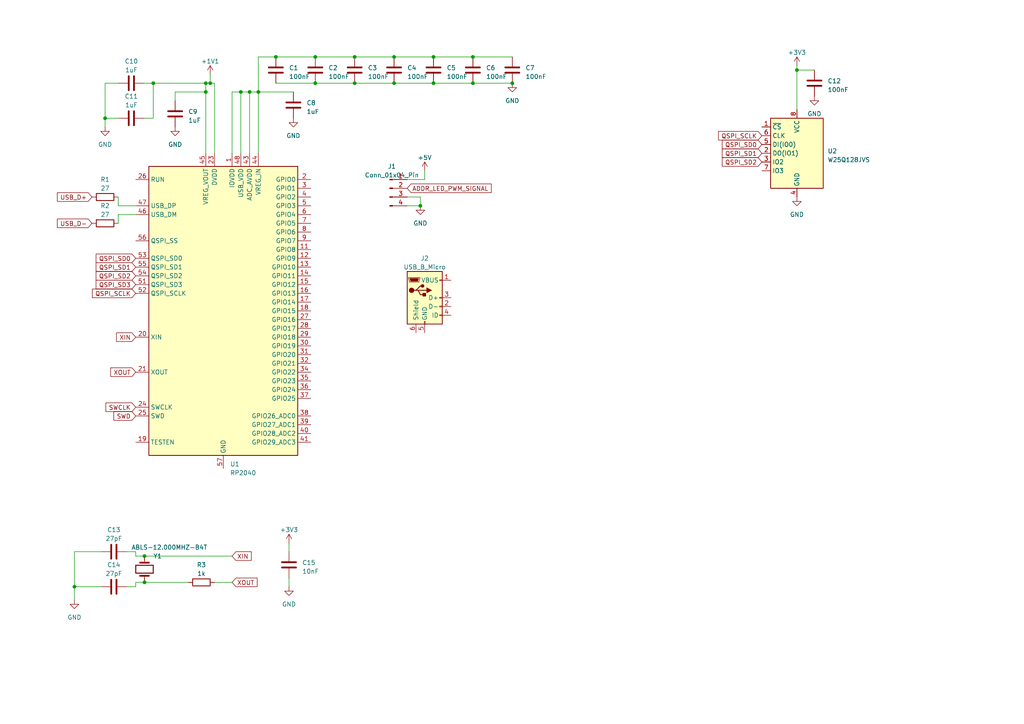
<source format=kicad_sch>
(kicad_sch (version 20230121) (generator eeschema)
  (paper "A4")
  (lib_symbols
    (symbol "Connector:Conn_01x04_Pin" (pin_names (offset 1.016) hide)
      (property "Reference" "J" (at 0 5.08 0))
      (property "Value" "Conn_01x04_Pin" (at 0 -7.62 0))
      (symbol "Conn_01x04_Pin_1_1"
        (polyline (pts (xy 1.27 -5.08) (xy 0.8636 -5.08)) (stroke (width 0.1524)))
        (polyline (pts (xy 1.27 -2.54) (xy 0.8636 -2.54)) (stroke (width 0.1524)))
        (polyline (pts (xy 1.27 0) (xy 0.8636 0)) (stroke (width 0.1524)))
        (polyline (pts (xy 1.27 2.54) (xy 0.8636 2.54)) (stroke (width 0.1524)))
        (rectangle (start 0.8636 -4.953) (end 0 -5.207) (stroke (width 0.1524)) (fill (type outline)))
        (rectangle (start 0.8636 -2.413) (end 0 -2.667) (stroke (width 0.1524)) (fill (type outline)))
        (rectangle (start 0.8636 0.127) (end 0 -0.127) (stroke (width 0.1524)) (fill (type outline)))
        (rectangle (start 0.8636 2.667) (end 0 2.413) (stroke (width 0.1524)) (fill (type outline)))
        (pin passive line (at 5.08 2.54 180) (length 3.81) (name "Pin_1") (number "1"))
        (pin passive line (at 5.08 0 180) (length 3.81) (name "Pin_2") (number "2"))
        (pin passive line (at 5.08 -2.54 180) (length 3.81) (name "Pin_3") (number "3"))
        (pin passive line (at 5.08 -5.08 180) (length 3.81) (name "Pin_4") (number "4"))
      )
    )
    (symbol "Connector:USB_B_Micro" (pin_names (offset 1.016))
      (property "Reference" "J" (at -5.08 11.43 0))
      (property "Value" "USB_B_Micro" (at -5.08 8.89 0))
      (symbol "USB_B_Micro_0_1"
        (rectangle (start -5.08 -7.62) (end 5.08 7.62) (stroke (width 0.254)) (fill (type background)))
        (circle (center -3.81 2.159) (radius 0.635) (stroke (width 0.254)) (fill (type outline)))
        (circle (center -0.635 3.429) (radius 0.381) (stroke (width 0.254)) (fill (type outline)))
        (rectangle (start -0.127 -7.62) (end 0.127 -6.858))
        (polyline (pts (xy -1.905 2.159) (xy 0.635 2.159)) (stroke (width 0.254)))
        (polyline (pts (xy -3.175 2.159) (xy -2.54 2.159) (xy -1.27 3.429) (xy -0.635 3.429)) (stroke (width 0.254)))
        (polyline (pts (xy -2.54 2.159) (xy -1.905 2.159) (xy -1.27 0.889) (xy 0 0.889)) (stroke (width 0.254)))
        (polyline (pts (xy 0.635 2.794) (xy 0.635 1.524) (xy 1.905 2.159) (xy 0.635 2.794)) (stroke (width 0.254)) (fill (type outline)))
        (polyline (pts (xy -4.318 5.588) (xy -1.778 5.588) (xy -2.032 4.826) (xy -4.064 4.826) (xy -4.318 5.588)) (fill (type outline)))
        (polyline (pts (xy -4.699 5.842) (xy -4.699 5.588) (xy -4.445 4.826) (xy -4.445 4.572) (xy -1.651 4.572) (xy -1.651 4.826) (xy -1.397 5.588) (xy -1.397 5.842) (xy -4.699 5.842)))
        (rectangle (start 0.254 1.27) (end -0.508 0.508) (stroke (width 0.254)) (fill (type outline)))
        (rectangle (start 5.08 -5.207) (end 4.318 -4.953))
        (rectangle (start 5.08 -2.667) (end 4.318 -2.413))
        (rectangle (start 5.08 -0.127) (end 4.318 0.127))
        (rectangle (start 5.08 4.953) (end 4.318 5.207))
      )
      (symbol "USB_B_Micro_1_1"
        (pin power_out line (at 7.62 5.08 180) (length 2.54) (name "VBUS") (number "1"))
        (pin bidirectional line (at 7.62 -2.54 180) (length 2.54) (name "D-") (number "2"))
        (pin bidirectional line (at 7.62 0 180) (length 2.54) (name "D+") (number "3"))
        (pin passive line (at 7.62 -5.08 180) (length 2.54) (name "ID") (number "4"))
        (pin power_out line (at 0 -10.16 90) (length 2.54) (name "GND") (number "5"))
        (pin passive line (at -2.54 -10.16 90) (length 2.54) (name "Shield") (number "6"))
      )
    )
    (symbol "Device:C" (pin_numbers hide) (pin_names (offset 0.254))
      (property "Reference" "C" (at 0.635 2.54 0))
      (property "Value" "C" (at 0.635 -2.54 0))
      (symbol "C_0_1"
        (polyline (pts (xy -2.032 -0.762) (xy 2.032 -0.762)) (stroke (width 0.508)))
        (polyline (pts (xy -2.032 0.762) (xy 2.032 0.762)) (stroke (width 0.508)))
      )
      (symbol "C_1_1"
        (pin passive line (at 0 3.81 270) (length 2.794) (name "~") (number "1"))
        (pin passive line (at 0 -3.81 90) (length 2.794) (name "~") (number "2"))
      )
    )
    (symbol "Device:Crystal" (pin_numbers hide) (pin_names (offset 1.016) hide)
      (property "Reference" "Y" (at 0 3.81 0))
      (property "Value" "Crystal" (at 0 -3.81 0))
      (symbol "Crystal_0_1"
        (rectangle (start -1.143 2.54) (end 1.143 -2.54) (stroke (width 0.3048)))
        (polyline (pts (xy -2.54 0) (xy -1.905 0)))
        (polyline (pts (xy -1.905 -1.27) (xy -1.905 1.27)) (stroke (width 0.508)))
        (polyline (pts (xy 1.905 -1.27) (xy 1.905 1.27)) (stroke (width 0.508)))
        (polyline (pts (xy 2.54 0) (xy 1.905 0)))
      )
      (symbol "Crystal_1_1"
        (pin passive line (at -3.81 0 0) (length 1.27) (name "1") (number "1"))
        (pin passive line (at 3.81 0 180) (length 1.27) (name "2") (number "2"))
      )
    )
    (symbol "Device:R" (pin_numbers hide) (pin_names (offset 0))
      (property "Reference" "R" (at 2.032 0 90))
      (property "Value" "R" (at 0 0 90))
      (symbol "R_0_1"
        (rectangle (start -1.016 -2.54) (end 1.016 2.54) (stroke (width 0.254)))
      )
      (symbol "R_1_1"
        (pin passive line (at 0 3.81 270) (length 1.27) (name "~") (number "1"))
        (pin passive line (at 0 -3.81 90) (length 1.27) (name "~") (number "2"))
      )
    )
    (symbol "MCU_RaspberryPi:RP2040"
      (property "Reference" "U" (at 17.78 45.72 0))
      (property "Value" "RP2040" (at 17.78 43.18 0))
      (symbol "RP2040_0_1"
        (rectangle (start -21.59 41.91) (end 21.59 -41.91) (stroke (width 0.254)) (fill (type background)))
      )
      (symbol "RP2040_1_1"
        (pin power_in line (at 2.54 45.72 270) (length 3.81) (name "IOVDD") (number "1"))
        (pin passive line (at 2.54 45.72 270) (length 3.81) hide (name "IOVDD") (number "10"))
        (pin bidirectional line (at 25.4 17.78 180) (length 3.81) (name "GPIO8") (number "11"))
        (pin bidirectional line (at 25.4 15.24 180) (length 3.81) (name "GPIO9") (number "12"))
        (pin bidirectional line (at 25.4 12.7 180) (length 3.81) (name "GPIO10") (number "13"))
        (pin bidirectional line (at 25.4 10.16 180) (length 3.81) (name "GPIO11") (number "14"))
        (pin bidirectional line (at 25.4 7.62 180) (length 3.81) (name "GPIO12") (number "15"))
        (pin bidirectional line (at 25.4 5.08 180) (length 3.81) (name "GPIO13") (number "16"))
        (pin bidirectional line (at 25.4 2.54 180) (length 3.81) (name "GPIO14") (number "17"))
        (pin bidirectional line (at 25.4 0 180) (length 3.81) (name "GPIO15") (number "18"))
        (pin input line (at -25.4 -38.1 0) (length 3.81) (name "TESTEN") (number "19"))
        (pin bidirectional line (at 25.4 38.1 180) (length 3.81) (name "GPIO0") (number "2"))
        (pin input line (at -25.4 -7.62 0) (length 3.81) (name "XIN") (number "20"))
        (pin passive line (at -25.4 -17.78 0) (length 3.81) (name "XOUT") (number "21"))
        (pin passive line (at 2.54 45.72 270) (length 3.81) hide (name "IOVDD") (number "22"))
        (pin power_in line (at -2.54 45.72 270) (length 3.81) (name "DVDD") (number "23"))
        (pin input line (at -25.4 -27.94 0) (length 3.81) (name "SWCLK") (number "24"))
        (pin bidirectional line (at -25.4 -30.48 0) (length 3.81) (name "SWD") (number "25"))
        (pin input line (at -25.4 38.1 0) (length 3.81) (name "RUN") (number "26"))
        (pin bidirectional line (at 25.4 -2.54 180) (length 3.81) (name "GPIO16") (number "27"))
        (pin bidirectional line (at 25.4 -5.08 180) (length 3.81) (name "GPIO17") (number "28"))
        (pin bidirectional line (at 25.4 -7.62 180) (length 3.81) (name "GPIO18") (number "29"))
        (pin bidirectional line (at 25.4 35.56 180) (length 3.81) (name "GPIO1") (number "3"))
        (pin bidirectional line (at 25.4 -10.16 180) (length 3.81) (name "GPIO19") (number "30"))
        (pin bidirectional line (at 25.4 -12.7 180) (length 3.81) (name "GPIO20") (number "31"))
        (pin bidirectional line (at 25.4 -15.24 180) (length 3.81) (name "GPIO21") (number "32"))
        (pin passive line (at 2.54 45.72 270) (length 3.81) hide (name "IOVDD") (number "33"))
        (pin bidirectional line (at 25.4 -17.78 180) (length 3.81) (name "GPIO22") (number "34"))
        (pin bidirectional line (at 25.4 -20.32 180) (length 3.81) (name "GPIO23") (number "35"))
        (pin bidirectional line (at 25.4 -22.86 180) (length 3.81) (name "GPIO24") (number "36"))
        (pin bidirectional line (at 25.4 -25.4 180) (length 3.81) (name "GPIO25") (number "37"))
        (pin bidirectional line (at 25.4 -30.48 180) (length 3.81) (name "GPIO26_ADC0") (number "38"))
        (pin bidirectional line (at 25.4 -33.02 180) (length 3.81) (name "GPIO27_ADC1") (number "39"))
        (pin bidirectional line (at 25.4 33.02 180) (length 3.81) (name "GPIO2") (number "4"))
        (pin bidirectional line (at 25.4 -35.56 180) (length 3.81) (name "GPIO28_ADC2") (number "40"))
        (pin bidirectional line (at 25.4 -38.1 180) (length 3.81) (name "GPIO29_ADC3") (number "41"))
        (pin passive line (at 2.54 45.72 270) (length 3.81) hide (name "IOVDD") (number "42"))
        (pin power_in line (at 7.62 45.72 270) (length 3.81) (name "ADC_AVDD") (number "43"))
        (pin power_in line (at 10.16 45.72 270) (length 3.81) (name "VREG_IN") (number "44"))
        (pin power_out line (at -5.08 45.72 270) (length 3.81) (name "VREG_VOUT") (number "45"))
        (pin bidirectional line (at -25.4 27.94 0) (length 3.81) (name "USB_DM") (number "46"))
        (pin bidirectional line (at -25.4 30.48 0) (length 3.81) (name "USB_DP") (number "47"))
        (pin power_in line (at 5.08 45.72 270) (length 3.81) (name "USB_VDD") (number "48"))
        (pin passive line (at 2.54 45.72 270) (length 3.81) hide (name "IOVDD") (number "49"))
        (pin bidirectional line (at 25.4 30.48 180) (length 3.81) (name "GPIO3") (number "5"))
        (pin passive line (at -2.54 45.72 270) (length 3.81) hide (name "DVDD") (number "50"))
        (pin bidirectional line (at -25.4 7.62 0) (length 3.81) (name "QSPI_SD3") (number "51"))
        (pin output line (at -25.4 5.08 0) (length 3.81) (name "QSPI_SCLK") (number "52"))
        (pin bidirectional line (at -25.4 15.24 0) (length 3.81) (name "QSPI_SD0") (number "53"))
        (pin bidirectional line (at -25.4 10.16 0) (length 3.81) (name "QSPI_SD2") (number "54"))
        (pin bidirectional line (at -25.4 12.7 0) (length 3.81) (name "QSPI_SD1") (number "55"))
        (pin bidirectional line (at -25.4 20.32 0) (length 3.81) (name "QSPI_SS") (number "56"))
        (pin power_in line (at 0 -45.72 90) (length 3.81) (name "GND") (number "57"))
        (pin bidirectional line (at 25.4 27.94 180) (length 3.81) (name "GPIO4") (number "6"))
        (pin bidirectional line (at 25.4 25.4 180) (length 3.81) (name "GPIO5") (number "7"))
        (pin bidirectional line (at 25.4 22.86 180) (length 3.81) (name "GPIO6") (number "8"))
        (pin bidirectional line (at 25.4 20.32 180) (length 3.81) (name "GPIO7") (number "9"))
      )
    )
    (symbol "Memory_Flash:W25Q128JVS"
      (property "Reference" "U" (at -8.89 8.89 0))
      (property "Value" "W25Q128JVS" (at 7.62 8.89 0))
      (symbol "W25Q128JVS_0_1"
        (rectangle (start -7.62 10.16) (end 7.62 -10.16) (stroke (width 0.254)) (fill (type background)))
      )
      (symbol "W25Q128JVS_1_1"
        (pin input line (at -10.16 7.62 0) (length 2.54) (name "~{CS}") (number "1"))
        (pin bidirectional line (at -10.16 0 0) (length 2.54) (name "DO(IO1)") (number "2"))
        (pin bidirectional line (at -10.16 -2.54 0) (length 2.54) (name "IO2") (number "3"))
        (pin power_in line (at 0 -12.7 90) (length 2.54) (name "GND") (number "4"))
        (pin bidirectional line (at -10.16 2.54 0) (length 2.54) (name "DI(IO0)") (number "5"))
        (pin input line (at -10.16 5.08 0) (length 2.54) (name "CLK") (number "6"))
        (pin bidirectional line (at -10.16 -5.08 0) (length 2.54) (name "IO3") (number "7"))
        (pin power_in line (at 0 12.7 270) (length 2.54) (name "VCC") (number "8"))
      )
    )
    (symbol "power:+1V1" (power) (pin_names (offset 0))
      (property "Value" "+1V1" (at 0 3.556 0))
      (symbol "+1V1_0_1"
        (polyline (pts (xy -0.762 1.27) (xy 0 2.54)))
        (polyline (pts (xy 0 0) (xy 0 2.54)))
        (polyline (pts (xy 0 2.54) (xy 0.762 1.27)))
      )
      (symbol "+1V1_1_1"
        (pin power_in line (at 0 0 90) (length 0) hide (name "+1V1") (number "1"))
      )
    )
    (symbol "power:+3V3" (power) (pin_names (offset 0))
      (property "Value" "+3V3" (at 0 3.556 0))
      (symbol "+3V3_0_1"
        (polyline (pts (xy -0.762 1.27) (xy 0 2.54)))
        (polyline (pts (xy 0 0) (xy 0 2.54)))
        (polyline (pts (xy 0 2.54) (xy 0.762 1.27)))
      )
      (symbol "+3V3_1_1"
        (pin power_in line (at 0 0 90) (length 0) hide (name "+3V3") (number "1"))
      )
    )
    (symbol "power:+5V" (power) (pin_names (offset 0))
      (property "Value" "+5V" (at 0 3.556 0))
      (symbol "+5V_0_1"
        (polyline (pts (xy -0.762 1.27) (xy 0 2.54)))
        (polyline (pts (xy 0 0) (xy 0 2.54)))
        (polyline (pts (xy 0 2.54) (xy 0.762 1.27)))
      )
      (symbol "+5V_1_1"
        (pin power_in line (at 0 0 90) (length 0) hide (name "+5V") (number "1"))
      )
    )
    (symbol "power:GND" (power) (pin_names (offset 0))
      (property "Value" "GND" (at 0 -3.81 0))
      (symbol "GND_0_1"
        (polyline (pts (xy 0 0) (xy 0 -1.27) (xy 1.27 -1.27) (xy 0 -2.54) (xy -1.27 -1.27) (xy 0 -1.27)))
      )
      (symbol "GND_1_1"
        (pin power_in line (at 0 0 270) (length 0) hide (name "GND") (number "1"))
      )
    )
  )
  (junction (at 80.01 16.51))
  (junction (at 59.69 26.67))
  (junction (at 60.96 24.13))
  (junction (at 114.3 24.13))
  (junction (at 121.92 59.69))
  (junction (at 59.69 24.13))
  (junction (at 148.59 24.13))
  (junction (at 44.45 24.13))
  (junction (at 137.16 16.51))
  (junction (at 72.39 26.67))
  (junction (at 137.16 24.13))
  (junction (at 114.3 16.51))
  (junction (at 21.59 170.18))
  (junction (at 91.44 24.13))
  (junction (at 231.14 20.32))
  (junction (at 69.85 26.67))
  (junction (at 41.91 161.29))
  (junction (at 102.87 24.13))
  (junction (at 102.87 16.51))
  (junction (at 125.73 24.13))
  (junction (at 74.93 26.67))
  (junction (at 91.44 16.51))
  (junction (at 41.91 168.91))
  (junction (at 30.48 34.29))
  (junction (at 125.73 16.51))
  (wire (pts (xy 59.69 24.13) (xy 60.96 24.13)))
  (wire (pts (xy 67.31 44.45) (xy 67.31 26.67)))
  (wire (pts (xy 44.45 34.29) (xy 44.45 24.13)))
  (wire (pts (xy 39.37 62.23) (xy 34.29 62.23)))
  (wire (pts (xy 80.01 16.51) (xy 91.44 16.51)))
  (wire (pts (xy 60.96 21.59) (xy 60.96 24.13)))
  (wire (pts (xy 39.37 170.18) (xy 39.37 168.91)))
  (wire (pts (xy 72.39 44.45) (xy 72.39 26.67)))
  (wire (pts (xy 231.14 20.32) (xy 231.14 31.75)))
  (wire (pts (xy 34.29 24.13) (xy 30.48 24.13)))
  (wire (pts (xy 231.14 19.05) (xy 231.14 20.32)))
  (wire (pts (xy 30.48 34.29) (xy 34.29 34.29)))
  (wire (pts (xy 30.48 34.29) (xy 30.48 36.83)))
  (wire (pts (xy 44.45 24.13) (xy 59.69 24.13)))
  (wire (pts (xy 69.85 44.45) (xy 69.85 26.67)))
  (wire (pts (xy 118.11 59.69) (xy 121.92 59.69)))
  (wire (pts (xy 74.93 26.67) (xy 85.09 26.67)))
  (wire (pts (xy 62.23 44.45) (xy 62.23 24.13)))
  (wire (pts (xy 39.37 160.02) (xy 39.37 161.29)))
  (wire (pts (xy 39.37 168.91) (xy 41.91 168.91)))
  (wire (pts (xy 21.59 170.18) (xy 29.21 170.18)))
  (wire (pts (xy 114.3 16.51) (xy 125.73 16.51)))
  (wire (pts (xy 114.3 24.13) (xy 125.73 24.13)))
  (wire (pts (xy 121.92 57.15) (xy 121.92 59.69)))
  (wire (pts (xy 21.59 170.18) (xy 21.59 160.02)))
  (wire (pts (xy 83.82 167.64) (xy 83.82 170.18)))
  (wire (pts (xy 74.93 16.51) (xy 74.93 26.67)))
  (wire (pts (xy 74.93 26.67) (xy 74.93 44.45)))
  (wire (pts (xy 125.73 16.51) (xy 137.16 16.51)))
  (wire (pts (xy 30.48 24.13) (xy 30.48 34.29)))
  (wire (pts (xy 50.8 26.67) (xy 59.69 26.67)))
  (wire (pts (xy 59.69 26.67) (xy 59.69 24.13)))
  (wire (pts (xy 50.8 29.21) (xy 50.8 26.67)))
  (wire (pts (xy 91.44 24.13) (xy 102.87 24.13)))
  (wire (pts (xy 118.11 57.15) (xy 121.92 57.15)))
  (wire (pts (xy 62.23 168.91) (xy 67.31 168.91)))
  (wire (pts (xy 36.83 170.18) (xy 39.37 170.18)))
  (wire (pts (xy 125.73 24.13) (xy 137.16 24.13)))
  (wire (pts (xy 102.87 16.51) (xy 114.3 16.51)))
  (wire (pts (xy 80.01 24.13) (xy 91.44 24.13)))
  (wire (pts (xy 91.44 16.51) (xy 102.87 16.51)))
  (wire (pts (xy 137.16 16.51) (xy 148.59 16.51)))
  (wire (pts (xy 41.91 24.13) (xy 44.45 24.13)))
  (wire (pts (xy 41.91 168.91) (xy 54.61 168.91)))
  (wire (pts (xy 231.14 20.32) (xy 236.22 20.32)))
  (wire (pts (xy 69.85 26.67) (xy 72.39 26.67)))
  (wire (pts (xy 59.69 44.45) (xy 59.69 26.67)))
  (wire (pts (xy 34.29 62.23) (xy 34.29 64.77)))
  (wire (pts (xy 36.83 160.02) (xy 39.37 160.02)))
  (wire (pts (xy 39.37 59.69) (xy 34.29 59.69)))
  (wire (pts (xy 41.91 161.29) (xy 67.31 161.29)))
  (wire (pts (xy 21.59 173.99) (xy 21.59 170.18)))
  (wire (pts (xy 34.29 59.69) (xy 34.29 57.15)))
  (wire (pts (xy 80.01 16.51) (xy 74.93 16.51)))
  (wire (pts (xy 118.11 52.07) (xy 123.19 52.07)))
  (wire (pts (xy 102.87 24.13) (xy 114.3 24.13)))
  (wire (pts (xy 72.39 26.67) (xy 74.93 26.67)))
  (wire (pts (xy 123.19 52.07) (xy 123.19 49.53)))
  (wire (pts (xy 21.59 160.02) (xy 29.21 160.02)))
  (wire (pts (xy 83.82 157.48) (xy 83.82 160.02)))
  (wire (pts (xy 67.31 26.67) (xy 69.85 26.67)))
  (wire (pts (xy 137.16 24.13) (xy 148.59 24.13)))
  (wire (pts (xy 41.91 34.29) (xy 44.45 34.29)))
  (wire (pts (xy 62.23 24.13) (xy 60.96 24.13)))
  (wire (pts (xy 39.37 161.29) (xy 41.91 161.29)))
  (global_label "USB_D+" (shape input) (at 26.67 57.15 180) (property "Intersheetrefs" "${INTERSHEET_REFS}" (effects hide)))
  (global_label "QSPI_SD0" (shape input) (at 39.37 74.93 180) (property "Intersheetrefs" "${INTERSHEET_REFS}" (effects hide)))
  (global_label "QSPI_SD2" (shape input) (at 220.98 46.99 180) (property "Intersheetrefs" "${INTERSHEET_REFS}" (effects hide)))
  (global_label "QSPI_SD1" (shape input) (at 220.98 44.45 180) (property "Intersheetrefs" "${INTERSHEET_REFS}" (effects hide)))
  (global_label "SWCLK" (shape input) (at 39.37 118.11 180) (property "Intersheetrefs" "${INTERSHEET_REFS}" (effects hide)))
  (global_label "SWD" (shape input) (at 39.37 120.65 180) (property "Intersheetrefs" "${INTERSHEET_REFS}" (effects hide)))
  (global_label "QSPI_SD3" (shape input) (at 39.37 82.55 180) (property "Intersheetrefs" "${INTERSHEET_REFS}" (effects hide)))
  (global_label "QSPI_SD1" (shape input) (at 39.37 77.47 180) (property "Intersheetrefs" "${INTERSHEET_REFS}" (effects hide)))
  (global_label "XOUT" (shape input) (at 67.31 168.91 0) (property "Intersheetrefs" "${INTERSHEET_REFS}" (effects hide)))
  (global_label "ADDR_LED_PWM_SIGNAL" (shape input) (at 118.11 54.61 0) (property "Intersheetrefs" "${INTERSHEET_REFS}" (effects hide)))
  (global_label "QSPI_SD0" (shape input) (at 220.98 41.91 180) (property "Intersheetrefs" "${INTERSHEET_REFS}" (effects hide)))
  (global_label "XIN" (shape input) (at 67.31 161.29 0) (property "Intersheetrefs" "${INTERSHEET_REFS}" (effects hide)))
  (global_label "XOUT" (shape input) (at 39.37 107.95 180) (property "Intersheetrefs" "${INTERSHEET_REFS}" (effects hide)))
  (global_label "QSPI_SD2" (shape input) (at 39.37 80.01 180) (property "Intersheetrefs" "${INTERSHEET_REFS}" (effects hide)))
  (global_label "QSPI_SCLK" (shape input) (at 39.37 85.09 180) (property "Intersheetrefs" "${INTERSHEET_REFS}" (effects hide)))
  (global_label "USB_D-" (shape input) (at 26.67 64.77 180) (property "Intersheetrefs" "${INTERSHEET_REFS}" (effects hide)))
  (global_label "QSPI_SCLK" (shape input) (at 220.98 39.37 180) (property "Intersheetrefs" "${INTERSHEET_REFS}" (effects hide)))
  (global_label "XIN" (shape input) (at 39.37 97.79 180) (property "Intersheetrefs" "${INTERSHEET_REFS}" (effects hide)))
  (symbol (lib_id "Device:R") (at 58.42 168.91 270) (unit 1)
    (property "Reference" "R3" (at 58.42 163.83 90))
    (property "Value" "1k" (at 58.42 166.37 90))
  )
  (symbol (lib_id "Device:C") (at 38.1 24.13 90) (unit 1)
    (property "Reference" "C10" (at 38.1 17.78 90))
    (property "Value" "1uF" (at 38.1 20.32 90))
  )
  (symbol (lib_id "power:+5V") (at 123.19 49.53 0) (unit 1)
    (property "Reference" "#PWR013" (effects hide))
    (property "Value" "+5V" (at 123.19 45.72 0))
  )
  (symbol (lib_id "Device:Crystal") (at 41.91 165.1 270) (unit 1)
    (property "Reference" "Y1" (at 44.45 161.29 90) (effects (justify left)))
    (property "Value" "ABLS-12.000MHZ-B4T" (at 38.1 158.75 90) (effects (justify left)))
  )
  (symbol (lib_id "Device:C") (at 33.02 160.02 90) (unit 1)
    (property "Reference" "C13" (at 33.02 153.67 90))
    (property "Value" "27pF" (at 33.02 156.21 90))
  )
  (symbol (lib_id "Connector:USB_B_Micro") (at 123.19 86.36 0) (unit 1)
    (property "Reference" "J2" (at 123.19 74.93 0))
    (property "Value" "USB_B_Micro" (at 123.19 77.47 0))
  )
  (symbol (lib_id "Device:C") (at 236.22 24.13 0) (unit 1)
    (property "Reference" "C12" (at 240.03 23.495 0) (effects (justify left)))
    (property "Value" "100nF" (at 240.03 26.035 0) (effects (justify left)))
  )
  (symbol (lib_id "power:GND") (at 148.59 24.13 0) (unit 1)
    (property "Reference" "#PWR01" (effects hide))
    (property "Value" "GND" (at 148.59 29.21 0))
  )
  (symbol (lib_id "power:+3V3") (at 83.82 157.48 0) (unit 1)
    (property "Reference" "#PWR010" (effects hide))
    (property "Value" "+3V3" (at 83.82 153.67 0))
  )
  (symbol (lib_id "Device:C") (at 80.01 20.32 0) (unit 1)
    (property "Reference" "C1" (at 83.82 19.685 0) (effects (justify left)))
    (property "Value" "100nF" (at 83.82 22.225 0) (effects (justify left)))
  )
  (symbol (lib_id "Device:C") (at 114.3 20.32 0) (unit 1)
    (property "Reference" "C4" (at 118.11 19.685 0) (effects (justify left)))
    (property "Value" "100nF" (at 118.11 22.225 0) (effects (justify left)))
  )
  (symbol (lib_id "power:GND") (at 50.8 36.83 0) (unit 1)
    (property "Reference" "#PWR04" (effects hide))
    (property "Value" "GND" (at 50.8 41.91 0))
  )
  (symbol (lib_id "power:GND") (at 85.09 34.29 0) (unit 1)
    (property "Reference" "#PWR02" (effects hide))
    (property "Value" "GND" (at 85.09 39.37 0))
  )
  (symbol (lib_id "Device:R") (at 30.48 57.15 270) (unit 1)
    (property "Reference" "R1" (at 30.48 52.07 90))
    (property "Value" "27" (at 30.48 54.61 90))
  )
  (symbol (lib_id "Device:C") (at 38.1 34.29 90) (unit 1)
    (property "Reference" "C11" (at 38.1 27.94 90))
    (property "Value" "1uF" (at 38.1 30.48 90))
  )
  (symbol (lib_id "Device:C") (at 125.73 20.32 0) (unit 1)
    (property "Reference" "C5" (at 129.54 19.685 0) (effects (justify left)))
    (property "Value" "100nF" (at 129.54 22.225 0) (effects (justify left)))
  )
  (symbol (lib_id "MCU_RaspberryPi:RP2040") (at 64.77 90.17 0) (unit 1)
    (property "Reference" "U1" (at 66.7259 134.62 0) (effects (justify left)))
    (property "Value" "RP2040" (at 66.7259 137.16 0) (effects (justify left)))
    (property "Footprint" "Package_DFN_QFN:QFN-56-1EP_7x7mm_P0.4mm_EP3.2x3.2mm" (effects hide))
    (property "Datasheet" "https://datasheets.raspberrypi.com/rp2040/rp2040-datasheet.pdf" (effects hide))
  )
  (symbol (lib_id "power:+1V1") (at 60.96 21.59 0) (unit 1)
    (property "Reference" "#PWR03" (effects hide))
    (property "Value" "+1V1" (at 60.96 17.78 0))
  )
  (symbol (lib_id "Device:C") (at 137.16 20.32 0) (unit 1)
    (property "Reference" "C6" (at 140.97 19.685 0) (effects (justify left)))
    (property "Value" "100nF" (at 140.97 22.225 0) (effects (justify left)))
  )
  (symbol (lib_id "Device:C") (at 102.87 20.32 0) (unit 1)
    (property "Reference" "C3" (at 106.68 19.685 0) (effects (justify left)))
    (property "Value" "100nF" (at 106.68 22.225 0) (effects (justify left)))
  )
  (symbol (lib_id "Memory_Flash:W25Q128JVS") (at 231.14 44.45 0) (unit 1)
    (property "Reference" "U2" (at 240.03 43.815 0) (effects (justify left)))
    (property "Value" "W25Q128JVS" (at 240.03 46.355 0) (effects (justify left)))
    (property "Footprint" "Package_SO:SOIC-8_5.23x5.23mm_P1.27mm" (effects hide))
    (property "Datasheet" "http://www.winbond.com/resource-files/w25q128jv_dtr%20revc%2003272018%20plus.pdf" (effects hide))
  )
  (symbol (lib_id "Device:C") (at 83.82 163.83 0) (unit 1)
    (property "Reference" "C15" (at 87.63 163.195 0) (effects (justify left)))
    (property "Value" "10nF" (at 87.63 165.735 0) (effects (justify left)))
  )
  (symbol (lib_id "power:GND") (at 236.22 27.94 0) (unit 1)
    (property "Reference" "#PWR07" (effects hide))
    (property "Value" "GND" (at 236.22 33.02 0))
  )
  (symbol (lib_id "Device:R") (at 30.48 64.77 270) (unit 1)
    (property "Reference" "R2" (at 30.48 59.69 90))
    (property "Value" "27" (at 30.48 62.23 90))
  )
  (symbol (lib_id "power:GND") (at 83.82 170.18 0) (unit 1)
    (property "Reference" "#PWR011" (effects hide))
    (property "Value" "GND" (at 83.82 175.26 0))
  )
  (symbol (lib_id "Device:C") (at 85.09 30.48 0) (unit 1)
    (property "Reference" "C8" (at 88.9 29.845 0) (effects (justify left)))
    (property "Value" "1uF" (at 88.9 32.385 0) (effects (justify left)))
  )
  (symbol (lib_id "Device:C") (at 148.59 20.32 0) (unit 1)
    (property "Reference" "C7" (at 152.4 19.685 0) (effects (justify left)))
    (property "Value" "100nF" (at 152.4 22.225 0) (effects (justify left)))
  )
  (symbol (lib_id "power:GND") (at 30.48 36.83 0) (unit 1)
    (property "Reference" "#PWR05" (effects hide))
    (property "Value" "GND" (at 30.48 41.91 0))
  )
  (symbol (lib_id "power:+3V3") (at 231.14 19.05 0) (unit 1)
    (property "Reference" "#PWR08" (effects hide))
    (property "Value" "+3V3" (at 231.14 15.24 0))
  )
  (symbol (lib_id "Device:C") (at 33.02 170.18 90) (unit 1)
    (property "Reference" "C14" (at 33.02 163.83 90))
    (property "Value" "27pF" (at 33.02 166.37 90))
  )
  (symbol (lib_id "power:GND") (at 21.59 173.99 0) (unit 1)
    (property "Reference" "#PWR09" (effects hide))
    (property "Value" "GND" (at 21.59 179.07 0))
  )
  (symbol (lib_id "Device:C") (at 50.8 33.02 0) (unit 1)
    (property "Reference" "C9" (at 54.61 32.385 0) (effects (justify left)))
    (property "Value" "1uF" (at 54.61 34.925 0) (effects (justify left)))
  )
  (symbol (lib_id "power:GND") (at 121.92 59.69 0) (unit 1)
    (property "Reference" "#PWR012" (effects hide))
    (property "Value" "GND" (at 121.92 64.77 0))
  )
  (symbol (lib_id "Device:C") (at 91.44 20.32 0) (unit 1)
    (property "Reference" "C2" (at 95.25 19.685 0) (effects (justify left)))
    (property "Value" "100nF" (at 95.25 22.225 0) (effects (justify left)))
  )
  (symbol (lib_id "Connector:Conn_01x04_Pin") (at 113.03 54.61 0) (unit 1)
    (property "Reference" "J1" (at 113.665 48.26 0))
    (property "Value" "Conn_01x04_Pin" (at 113.665 50.8 0))
  )
  (symbol (lib_id "power:GND") (at 231.14 57.15 0) (unit 1)
    (property "Reference" "#PWR06" (effects hide))
    (property "Value" "GND" (at 231.14 62.23 0))
  )
)
</source>
